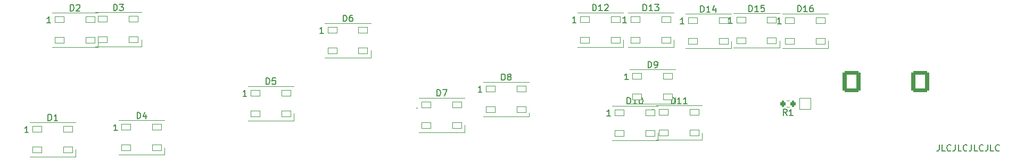
<source format=gbr>
%TF.GenerationSoftware,KiCad,Pcbnew,(6.0.9)*%
%TF.CreationDate,2023-04-01T13:20:15-08:00*%
%TF.ProjectId,HUD VID RCD PANEL,48554420-5649-4442-9052-43442050414e,3*%
%TF.SameCoordinates,Original*%
%TF.FileFunction,Legend,Top*%
%TF.FilePolarity,Positive*%
%FSLAX46Y46*%
G04 Gerber Fmt 4.6, Leading zero omitted, Abs format (unit mm)*
G04 Created by KiCad (PCBNEW (6.0.9)) date 2023-04-01 13:20:15*
%MOMM*%
%LPD*%
G01*
G04 APERTURE LIST*
G04 Aperture macros list*
%AMRoundRect*
0 Rectangle with rounded corners*
0 $1 Rounding radius*
0 $2 $3 $4 $5 $6 $7 $8 $9 X,Y pos of 4 corners*
0 Add a 4 corners polygon primitive as box body*
4,1,4,$2,$3,$4,$5,$6,$7,$8,$9,$2,$3,0*
0 Add four circle primitives for the rounded corners*
1,1,$1+$1,$2,$3*
1,1,$1+$1,$4,$5*
1,1,$1+$1,$6,$7*
1,1,$1+$1,$8,$9*
0 Add four rect primitives between the rounded corners*
20,1,$1+$1,$2,$3,$4,$5,0*
20,1,$1+$1,$4,$5,$6,$7,0*
20,1,$1+$1,$6,$7,$8,$9,0*
20,1,$1+$1,$8,$9,$2,$3,0*%
G04 Aperture macros list end*
%ADD10C,0.150000*%
%ADD11C,0.120000*%
%ADD12C,4.400000*%
%ADD13C,12.800000*%
%ADD14C,3.672000*%
%ADD15RoundRect,0.050000X-0.750000X-0.450000X0.750000X-0.450000X0.750000X0.450000X-0.750000X0.450000X0*%
%ADD16RoundRect,0.250000X0.200000X0.275000X-0.200000X0.275000X-0.200000X-0.275000X0.200000X-0.275000X0*%
%ADD17RoundRect,0.300001X-1.099999X-1.399999X1.099999X-1.399999X1.099999X1.399999X-1.099999X1.399999X0*%
%ADD18O,2.800000X3.400000*%
%ADD19RoundRect,0.050000X-0.900000X-0.900000X0.900000X-0.900000X0.900000X0.900000X-0.900000X0.900000X0*%
%ADD20C,1.900000*%
G04 APERTURE END LIST*
D10*
X201628952Y-89495380D02*
X201628952Y-90209666D01*
X201581333Y-90352523D01*
X201486095Y-90447761D01*
X201343238Y-90495380D01*
X201248000Y-90495380D01*
X202581333Y-90495380D02*
X202105142Y-90495380D01*
X202105142Y-89495380D01*
X203486095Y-90400142D02*
X203438476Y-90447761D01*
X203295619Y-90495380D01*
X203200380Y-90495380D01*
X203057523Y-90447761D01*
X202962285Y-90352523D01*
X202914666Y-90257285D01*
X202867047Y-90066809D01*
X202867047Y-89923952D01*
X202914666Y-89733476D01*
X202962285Y-89638238D01*
X203057523Y-89543000D01*
X203200380Y-89495380D01*
X203295619Y-89495380D01*
X203438476Y-89543000D01*
X203486095Y-89590619D01*
X204200380Y-89495380D02*
X204200380Y-90209666D01*
X204152761Y-90352523D01*
X204057523Y-90447761D01*
X203914666Y-90495380D01*
X203819428Y-90495380D01*
X205152761Y-90495380D02*
X204676571Y-90495380D01*
X204676571Y-89495380D01*
X206057523Y-90400142D02*
X206009904Y-90447761D01*
X205867047Y-90495380D01*
X205771809Y-90495380D01*
X205628952Y-90447761D01*
X205533714Y-90352523D01*
X205486095Y-90257285D01*
X205438476Y-90066809D01*
X205438476Y-89923952D01*
X205486095Y-89733476D01*
X205533714Y-89638238D01*
X205628952Y-89543000D01*
X205771809Y-89495380D01*
X205867047Y-89495380D01*
X206009904Y-89543000D01*
X206057523Y-89590619D01*
X206771809Y-89495380D02*
X206771809Y-90209666D01*
X206724190Y-90352523D01*
X206628952Y-90447761D01*
X206486095Y-90495380D01*
X206390857Y-90495380D01*
X207724190Y-90495380D02*
X207248000Y-90495380D01*
X207248000Y-89495380D01*
X208628952Y-90400142D02*
X208581333Y-90447761D01*
X208438476Y-90495380D01*
X208343238Y-90495380D01*
X208200380Y-90447761D01*
X208105142Y-90352523D01*
X208057523Y-90257285D01*
X208009904Y-90066809D01*
X208009904Y-89923952D01*
X208057523Y-89733476D01*
X208105142Y-89638238D01*
X208200380Y-89543000D01*
X208343238Y-89495380D01*
X208438476Y-89495380D01*
X208581333Y-89543000D01*
X208628952Y-89590619D01*
X209343238Y-89495380D02*
X209343238Y-90209666D01*
X209295619Y-90352523D01*
X209200380Y-90447761D01*
X209057523Y-90495380D01*
X208962285Y-90495380D01*
X210295619Y-90495380D02*
X209819428Y-90495380D01*
X209819428Y-89495380D01*
X211200380Y-90400142D02*
X211152761Y-90447761D01*
X211009904Y-90495380D01*
X210914666Y-90495380D01*
X210771809Y-90447761D01*
X210676571Y-90352523D01*
X210628952Y-90257285D01*
X210581333Y-90066809D01*
X210581333Y-89923952D01*
X210628952Y-89733476D01*
X210676571Y-89638238D01*
X210771809Y-89543000D01*
X210914666Y-89495380D01*
X211009904Y-89495380D01*
X211152761Y-89543000D01*
X211200380Y-89590619D01*
%TO.C,D1*%
X59877904Y-85623580D02*
X59877904Y-84623580D01*
X60116000Y-84623580D01*
X60258857Y-84671200D01*
X60354095Y-84766438D01*
X60401714Y-84861676D01*
X60449333Y-85052152D01*
X60449333Y-85195009D01*
X60401714Y-85385485D01*
X60354095Y-85480723D01*
X60258857Y-85575961D01*
X60116000Y-85623580D01*
X59877904Y-85623580D01*
X61401714Y-85623580D02*
X60830285Y-85623580D01*
X61116000Y-85623580D02*
X61116000Y-84623580D01*
X61020761Y-84766438D01*
X60925523Y-84861676D01*
X60830285Y-84909295D01*
X56751714Y-87523580D02*
X56180285Y-87523580D01*
X56466000Y-87523580D02*
X56466000Y-86523580D01*
X56370761Y-86666438D01*
X56275523Y-86761676D01*
X56180285Y-86809295D01*
%TO.C,D2*%
X63410704Y-68097580D02*
X63410704Y-67097580D01*
X63648800Y-67097580D01*
X63791657Y-67145200D01*
X63886895Y-67240438D01*
X63934514Y-67335676D01*
X63982133Y-67526152D01*
X63982133Y-67669009D01*
X63934514Y-67859485D01*
X63886895Y-67954723D01*
X63791657Y-68049961D01*
X63648800Y-68097580D01*
X63410704Y-68097580D01*
X64363085Y-67192819D02*
X64410704Y-67145200D01*
X64505942Y-67097580D01*
X64744038Y-67097580D01*
X64839276Y-67145200D01*
X64886895Y-67192819D01*
X64934514Y-67288057D01*
X64934514Y-67383295D01*
X64886895Y-67526152D01*
X64315466Y-68097580D01*
X64934514Y-68097580D01*
X60284514Y-69997580D02*
X59713085Y-69997580D01*
X59998800Y-69997580D02*
X59998800Y-68997580D01*
X59903561Y-69140438D01*
X59808323Y-69235676D01*
X59713085Y-69283295D01*
%TO.C,D3*%
X70319504Y-68046780D02*
X70319504Y-67046780D01*
X70557600Y-67046780D01*
X70700457Y-67094400D01*
X70795695Y-67189638D01*
X70843314Y-67284876D01*
X70890933Y-67475352D01*
X70890933Y-67618209D01*
X70843314Y-67808685D01*
X70795695Y-67903923D01*
X70700457Y-67999161D01*
X70557600Y-68046780D01*
X70319504Y-68046780D01*
X71224266Y-67046780D02*
X71843314Y-67046780D01*
X71509980Y-67427733D01*
X71652838Y-67427733D01*
X71748076Y-67475352D01*
X71795695Y-67522971D01*
X71843314Y-67618209D01*
X71843314Y-67856304D01*
X71795695Y-67951542D01*
X71748076Y-67999161D01*
X71652838Y-68046780D01*
X71367123Y-68046780D01*
X71271885Y-67999161D01*
X71224266Y-67951542D01*
X67193314Y-69946780D02*
X66621885Y-69946780D01*
X66907600Y-69946780D02*
X66907600Y-68946780D01*
X66812361Y-69089638D01*
X66717123Y-69184876D01*
X66621885Y-69232495D01*
%TO.C,D4*%
X74027904Y-85318780D02*
X74027904Y-84318780D01*
X74266000Y-84318780D01*
X74408857Y-84366400D01*
X74504095Y-84461638D01*
X74551714Y-84556876D01*
X74599333Y-84747352D01*
X74599333Y-84890209D01*
X74551714Y-85080685D01*
X74504095Y-85175923D01*
X74408857Y-85271161D01*
X74266000Y-85318780D01*
X74027904Y-85318780D01*
X75456476Y-84652114D02*
X75456476Y-85318780D01*
X75218380Y-84271161D02*
X74980285Y-84985447D01*
X75599333Y-84985447D01*
X70901714Y-87218780D02*
X70330285Y-87218780D01*
X70616000Y-87218780D02*
X70616000Y-86218780D01*
X70520761Y-86361638D01*
X70425523Y-86456876D01*
X70330285Y-86504495D01*
%TO.C,D5*%
X94574304Y-79832380D02*
X94574304Y-78832380D01*
X94812400Y-78832380D01*
X94955257Y-78880000D01*
X95050495Y-78975238D01*
X95098114Y-79070476D01*
X95145733Y-79260952D01*
X95145733Y-79403809D01*
X95098114Y-79594285D01*
X95050495Y-79689523D01*
X94955257Y-79784761D01*
X94812400Y-79832380D01*
X94574304Y-79832380D01*
X96050495Y-78832380D02*
X95574304Y-78832380D01*
X95526685Y-79308571D01*
X95574304Y-79260952D01*
X95669542Y-79213333D01*
X95907638Y-79213333D01*
X96002876Y-79260952D01*
X96050495Y-79308571D01*
X96098114Y-79403809D01*
X96098114Y-79641904D01*
X96050495Y-79737142D01*
X96002876Y-79784761D01*
X95907638Y-79832380D01*
X95669542Y-79832380D01*
X95574304Y-79784761D01*
X95526685Y-79737142D01*
X91448114Y-81732380D02*
X90876685Y-81732380D01*
X91162400Y-81732380D02*
X91162400Y-80732380D01*
X91067161Y-80875238D01*
X90971923Y-80970476D01*
X90876685Y-81018095D01*
%TO.C,D6*%
X106816904Y-69773980D02*
X106816904Y-68773980D01*
X107055000Y-68773980D01*
X107197857Y-68821600D01*
X107293095Y-68916838D01*
X107340714Y-69012076D01*
X107388333Y-69202552D01*
X107388333Y-69345409D01*
X107340714Y-69535885D01*
X107293095Y-69631123D01*
X107197857Y-69726361D01*
X107055000Y-69773980D01*
X106816904Y-69773980D01*
X108245476Y-68773980D02*
X108055000Y-68773980D01*
X107959761Y-68821600D01*
X107912142Y-68869219D01*
X107816904Y-69012076D01*
X107769285Y-69202552D01*
X107769285Y-69583504D01*
X107816904Y-69678742D01*
X107864523Y-69726361D01*
X107959761Y-69773980D01*
X108150238Y-69773980D01*
X108245476Y-69726361D01*
X108293095Y-69678742D01*
X108340714Y-69583504D01*
X108340714Y-69345409D01*
X108293095Y-69250171D01*
X108245476Y-69202552D01*
X108150238Y-69154933D01*
X107959761Y-69154933D01*
X107864523Y-69202552D01*
X107816904Y-69250171D01*
X107769285Y-69345409D01*
X103690714Y-71673980D02*
X103119285Y-71673980D01*
X103405000Y-71673980D02*
X103405000Y-70673980D01*
X103309761Y-70816838D01*
X103214523Y-70912076D01*
X103119285Y-70959695D01*
%TO.C,D7*%
X121740904Y-81686780D02*
X121740904Y-80686780D01*
X121979000Y-80686780D01*
X122121857Y-80734400D01*
X122217095Y-80829638D01*
X122264714Y-80924876D01*
X122312333Y-81115352D01*
X122312333Y-81258209D01*
X122264714Y-81448685D01*
X122217095Y-81543923D01*
X122121857Y-81639161D01*
X121979000Y-81686780D01*
X121740904Y-81686780D01*
X122645666Y-80686780D02*
X123312333Y-80686780D01*
X122883761Y-81686780D01*
X118614714Y-83586780D02*
X118043285Y-83586780D01*
X118329000Y-83586780D02*
X118329000Y-82586780D01*
X118233761Y-82729638D01*
X118138523Y-82824876D01*
X118043285Y-82872495D01*
%TO.C,D8*%
X132013904Y-79171980D02*
X132013904Y-78171980D01*
X132252000Y-78171980D01*
X132394857Y-78219600D01*
X132490095Y-78314838D01*
X132537714Y-78410076D01*
X132585333Y-78600552D01*
X132585333Y-78743409D01*
X132537714Y-78933885D01*
X132490095Y-79029123D01*
X132394857Y-79124361D01*
X132252000Y-79171980D01*
X132013904Y-79171980D01*
X133156761Y-78600552D02*
X133061523Y-78552933D01*
X133013904Y-78505314D01*
X132966285Y-78410076D01*
X132966285Y-78362457D01*
X133013904Y-78267219D01*
X133061523Y-78219600D01*
X133156761Y-78171980D01*
X133347238Y-78171980D01*
X133442476Y-78219600D01*
X133490095Y-78267219D01*
X133537714Y-78362457D01*
X133537714Y-78410076D01*
X133490095Y-78505314D01*
X133442476Y-78552933D01*
X133347238Y-78600552D01*
X133156761Y-78600552D01*
X133061523Y-78648171D01*
X133013904Y-78695790D01*
X132966285Y-78791028D01*
X132966285Y-78981504D01*
X133013904Y-79076742D01*
X133061523Y-79124361D01*
X133156761Y-79171980D01*
X133347238Y-79171980D01*
X133442476Y-79124361D01*
X133490095Y-79076742D01*
X133537714Y-78981504D01*
X133537714Y-78791028D01*
X133490095Y-78695790D01*
X133442476Y-78648171D01*
X133347238Y-78600552D01*
X128887714Y-81071980D02*
X128316285Y-81071980D01*
X128602000Y-81071980D02*
X128602000Y-80071980D01*
X128506761Y-80214838D01*
X128411523Y-80310076D01*
X128316285Y-80357695D01*
%TO.C,D9*%
X155307904Y-77191180D02*
X155307904Y-76191180D01*
X155546000Y-76191180D01*
X155688857Y-76238800D01*
X155784095Y-76334038D01*
X155831714Y-76429276D01*
X155879333Y-76619752D01*
X155879333Y-76762609D01*
X155831714Y-76953085D01*
X155784095Y-77048323D01*
X155688857Y-77143561D01*
X155546000Y-77191180D01*
X155307904Y-77191180D01*
X156355523Y-77191180D02*
X156546000Y-77191180D01*
X156641238Y-77143561D01*
X156688857Y-77095942D01*
X156784095Y-76953085D01*
X156831714Y-76762609D01*
X156831714Y-76381657D01*
X156784095Y-76286419D01*
X156736476Y-76238800D01*
X156641238Y-76191180D01*
X156450761Y-76191180D01*
X156355523Y-76238800D01*
X156307904Y-76286419D01*
X156260285Y-76381657D01*
X156260285Y-76619752D01*
X156307904Y-76714990D01*
X156355523Y-76762609D01*
X156450761Y-76810228D01*
X156641238Y-76810228D01*
X156736476Y-76762609D01*
X156784095Y-76714990D01*
X156831714Y-76619752D01*
X152181714Y-79091180D02*
X151610285Y-79091180D01*
X151896000Y-79091180D02*
X151896000Y-78091180D01*
X151800761Y-78234038D01*
X151705523Y-78329276D01*
X151610285Y-78376895D01*
%TO.C,D10*%
X151998714Y-82956780D02*
X151998714Y-81956780D01*
X152236809Y-81956780D01*
X152379666Y-82004400D01*
X152474904Y-82099638D01*
X152522523Y-82194876D01*
X152570142Y-82385352D01*
X152570142Y-82528209D01*
X152522523Y-82718685D01*
X152474904Y-82813923D01*
X152379666Y-82909161D01*
X152236809Y-82956780D01*
X151998714Y-82956780D01*
X153522523Y-82956780D02*
X152951095Y-82956780D01*
X153236809Y-82956780D02*
X153236809Y-81956780D01*
X153141571Y-82099638D01*
X153046333Y-82194876D01*
X152951095Y-82242495D01*
X154141571Y-81956780D02*
X154236809Y-81956780D01*
X154332047Y-82004400D01*
X154379666Y-82052019D01*
X154427285Y-82147257D01*
X154474904Y-82337733D01*
X154474904Y-82575828D01*
X154427285Y-82766304D01*
X154379666Y-82861542D01*
X154332047Y-82909161D01*
X154236809Y-82956780D01*
X154141571Y-82956780D01*
X154046333Y-82909161D01*
X153998714Y-82861542D01*
X153951095Y-82766304D01*
X153903476Y-82575828D01*
X153903476Y-82337733D01*
X153951095Y-82147257D01*
X153998714Y-82052019D01*
X154046333Y-82004400D01*
X154141571Y-81956780D01*
X149348714Y-84856780D02*
X148777285Y-84856780D01*
X149063000Y-84856780D02*
X149063000Y-83856780D01*
X148967761Y-83999638D01*
X148872523Y-84094876D01*
X148777285Y-84142495D01*
%TO.C,D11*%
X159047714Y-82931180D02*
X159047714Y-81931180D01*
X159285809Y-81931180D01*
X159428666Y-81978800D01*
X159523904Y-82074038D01*
X159571523Y-82169276D01*
X159619142Y-82359752D01*
X159619142Y-82502609D01*
X159571523Y-82693085D01*
X159523904Y-82788323D01*
X159428666Y-82883561D01*
X159285809Y-82931180D01*
X159047714Y-82931180D01*
X160571523Y-82931180D02*
X160000095Y-82931180D01*
X160285809Y-82931180D02*
X160285809Y-81931180D01*
X160190571Y-82074038D01*
X160095333Y-82169276D01*
X160000095Y-82216895D01*
X161523904Y-82931180D02*
X160952476Y-82931180D01*
X161238190Y-82931180D02*
X161238190Y-81931180D01*
X161142952Y-82074038D01*
X161047714Y-82169276D01*
X160952476Y-82216895D01*
X156397714Y-84831180D02*
X155826285Y-84831180D01*
X156112000Y-84831180D02*
X156112000Y-83831180D01*
X156016761Y-83974038D01*
X155921523Y-84069276D01*
X155826285Y-84116895D01*
%TO.C,D12*%
X146511714Y-68072380D02*
X146511714Y-67072380D01*
X146749809Y-67072380D01*
X146892666Y-67120000D01*
X146987904Y-67215238D01*
X147035523Y-67310476D01*
X147083142Y-67500952D01*
X147083142Y-67643809D01*
X147035523Y-67834285D01*
X146987904Y-67929523D01*
X146892666Y-68024761D01*
X146749809Y-68072380D01*
X146511714Y-68072380D01*
X148035523Y-68072380D02*
X147464095Y-68072380D01*
X147749809Y-68072380D02*
X147749809Y-67072380D01*
X147654571Y-67215238D01*
X147559333Y-67310476D01*
X147464095Y-67358095D01*
X148416476Y-67167619D02*
X148464095Y-67120000D01*
X148559333Y-67072380D01*
X148797428Y-67072380D01*
X148892666Y-67120000D01*
X148940285Y-67167619D01*
X148987904Y-67262857D01*
X148987904Y-67358095D01*
X148940285Y-67500952D01*
X148368857Y-68072380D01*
X148987904Y-68072380D01*
X143861714Y-69972380D02*
X143290285Y-69972380D01*
X143576000Y-69972380D02*
X143576000Y-68972380D01*
X143480761Y-69115238D01*
X143385523Y-69210476D01*
X143290285Y-69258095D01*
%TO.C,D13*%
X154538714Y-68072380D02*
X154538714Y-67072380D01*
X154776809Y-67072380D01*
X154919666Y-67120000D01*
X155014904Y-67215238D01*
X155062523Y-67310476D01*
X155110142Y-67500952D01*
X155110142Y-67643809D01*
X155062523Y-67834285D01*
X155014904Y-67929523D01*
X154919666Y-68024761D01*
X154776809Y-68072380D01*
X154538714Y-68072380D01*
X156062523Y-68072380D02*
X155491095Y-68072380D01*
X155776809Y-68072380D02*
X155776809Y-67072380D01*
X155681571Y-67215238D01*
X155586333Y-67310476D01*
X155491095Y-67358095D01*
X156395857Y-67072380D02*
X157014904Y-67072380D01*
X156681571Y-67453333D01*
X156824428Y-67453333D01*
X156919666Y-67500952D01*
X156967285Y-67548571D01*
X157014904Y-67643809D01*
X157014904Y-67881904D01*
X156967285Y-67977142D01*
X156919666Y-68024761D01*
X156824428Y-68072380D01*
X156538714Y-68072380D01*
X156443476Y-68024761D01*
X156395857Y-67977142D01*
X151888714Y-69972380D02*
X151317285Y-69972380D01*
X151603000Y-69972380D02*
X151603000Y-68972380D01*
X151507761Y-69115238D01*
X151412523Y-69210476D01*
X151317285Y-69258095D01*
%TO.C,D14*%
X163682714Y-68275580D02*
X163682714Y-67275580D01*
X163920809Y-67275580D01*
X164063666Y-67323200D01*
X164158904Y-67418438D01*
X164206523Y-67513676D01*
X164254142Y-67704152D01*
X164254142Y-67847009D01*
X164206523Y-68037485D01*
X164158904Y-68132723D01*
X164063666Y-68227961D01*
X163920809Y-68275580D01*
X163682714Y-68275580D01*
X165206523Y-68275580D02*
X164635095Y-68275580D01*
X164920809Y-68275580D02*
X164920809Y-67275580D01*
X164825571Y-67418438D01*
X164730333Y-67513676D01*
X164635095Y-67561295D01*
X166063666Y-67608914D02*
X166063666Y-68275580D01*
X165825571Y-67227961D02*
X165587476Y-67942247D01*
X166206523Y-67942247D01*
X161032714Y-70175580D02*
X160461285Y-70175580D01*
X160747000Y-70175580D02*
X160747000Y-69175580D01*
X160651761Y-69318438D01*
X160556523Y-69413676D01*
X160461285Y-69461295D01*
%TO.C,D15*%
X171364714Y-68199180D02*
X171364714Y-67199180D01*
X171602809Y-67199180D01*
X171745666Y-67246800D01*
X171840904Y-67342038D01*
X171888523Y-67437276D01*
X171936142Y-67627752D01*
X171936142Y-67770609D01*
X171888523Y-67961085D01*
X171840904Y-68056323D01*
X171745666Y-68151561D01*
X171602809Y-68199180D01*
X171364714Y-68199180D01*
X172888523Y-68199180D02*
X172317095Y-68199180D01*
X172602809Y-68199180D02*
X172602809Y-67199180D01*
X172507571Y-67342038D01*
X172412333Y-67437276D01*
X172317095Y-67484895D01*
X173793285Y-67199180D02*
X173317095Y-67199180D01*
X173269476Y-67675371D01*
X173317095Y-67627752D01*
X173412333Y-67580133D01*
X173650428Y-67580133D01*
X173745666Y-67627752D01*
X173793285Y-67675371D01*
X173840904Y-67770609D01*
X173840904Y-68008704D01*
X173793285Y-68103942D01*
X173745666Y-68151561D01*
X173650428Y-68199180D01*
X173412333Y-68199180D01*
X173317095Y-68151561D01*
X173269476Y-68103942D01*
X168714714Y-70099180D02*
X168143285Y-70099180D01*
X168429000Y-70099180D02*
X168429000Y-69099180D01*
X168333761Y-69242038D01*
X168238523Y-69337276D01*
X168143285Y-69384895D01*
%TO.C,D16*%
X179125714Y-68224780D02*
X179125714Y-67224780D01*
X179363809Y-67224780D01*
X179506666Y-67272400D01*
X179601904Y-67367638D01*
X179649523Y-67462876D01*
X179697142Y-67653352D01*
X179697142Y-67796209D01*
X179649523Y-67986685D01*
X179601904Y-68081923D01*
X179506666Y-68177161D01*
X179363809Y-68224780D01*
X179125714Y-68224780D01*
X180649523Y-68224780D02*
X180078095Y-68224780D01*
X180363809Y-68224780D02*
X180363809Y-67224780D01*
X180268571Y-67367638D01*
X180173333Y-67462876D01*
X180078095Y-67510495D01*
X181506666Y-67224780D02*
X181316190Y-67224780D01*
X181220952Y-67272400D01*
X181173333Y-67320019D01*
X181078095Y-67462876D01*
X181030476Y-67653352D01*
X181030476Y-68034304D01*
X181078095Y-68129542D01*
X181125714Y-68177161D01*
X181220952Y-68224780D01*
X181411428Y-68224780D01*
X181506666Y-68177161D01*
X181554285Y-68129542D01*
X181601904Y-68034304D01*
X181601904Y-67796209D01*
X181554285Y-67700971D01*
X181506666Y-67653352D01*
X181411428Y-67605733D01*
X181220952Y-67605733D01*
X181125714Y-67653352D01*
X181078095Y-67700971D01*
X181030476Y-67796209D01*
X176475714Y-70124780D02*
X175904285Y-70124780D01*
X176190000Y-70124780D02*
X176190000Y-69124780D01*
X176094761Y-69267638D01*
X175999523Y-69362876D01*
X175904285Y-69410495D01*
%TO.C,R1*%
X177405333Y-84813380D02*
X177072000Y-84337190D01*
X176833904Y-84813380D02*
X176833904Y-83813380D01*
X177214857Y-83813380D01*
X177310095Y-83861000D01*
X177357714Y-83908619D01*
X177405333Y-84003857D01*
X177405333Y-84146714D01*
X177357714Y-84241952D01*
X177310095Y-84289571D01*
X177214857Y-84337190D01*
X176833904Y-84337190D01*
X178357714Y-84813380D02*
X177786285Y-84813380D01*
X178072000Y-84813380D02*
X178072000Y-83813380D01*
X177976761Y-83956238D01*
X177881523Y-84051476D01*
X177786285Y-84099095D01*
D11*
%TO.C,D1*%
X56966000Y-85921200D02*
X64266000Y-85921200D01*
X56966000Y-91421200D02*
X64266000Y-91421200D01*
X64266000Y-91421200D02*
X64266000Y-90271200D01*
%TO.C,D2*%
X60498800Y-68395200D02*
X67798800Y-68395200D01*
X60498800Y-73895200D02*
X67798800Y-73895200D01*
X67798800Y-73895200D02*
X67798800Y-72745200D01*
%TO.C,D3*%
X67407600Y-68344400D02*
X74707600Y-68344400D01*
X67407600Y-73844400D02*
X74707600Y-73844400D01*
X74707600Y-73844400D02*
X74707600Y-72694400D01*
%TO.C,D4*%
X71116000Y-85616400D02*
X78416000Y-85616400D01*
X71116000Y-91116400D02*
X78416000Y-91116400D01*
X78416000Y-91116400D02*
X78416000Y-89966400D01*
%TO.C,D5*%
X91662400Y-80130000D02*
X98962400Y-80130000D01*
X91662400Y-85630000D02*
X98962400Y-85630000D01*
X98962400Y-85630000D02*
X98962400Y-84480000D01*
%TO.C,D6*%
X103905000Y-70071600D02*
X111205000Y-70071600D01*
X103905000Y-75571600D02*
X111205000Y-75571600D01*
X111205000Y-75571600D02*
X111205000Y-74421600D01*
%TO.C,D7*%
X118829000Y-81984400D02*
X126129000Y-81984400D01*
X118829000Y-87484400D02*
X126129000Y-87484400D01*
X126129000Y-87484400D02*
X126129000Y-86334400D01*
%TO.C,D8*%
X129102000Y-79469600D02*
X136402000Y-79469600D01*
X129102000Y-84969600D02*
X136402000Y-84969600D01*
X136402000Y-84969600D02*
X136402000Y-83819600D01*
%TO.C,D9*%
X152396000Y-77488800D02*
X159696000Y-77488800D01*
X152396000Y-82988800D02*
X159696000Y-82988800D01*
X159696000Y-82988800D02*
X159696000Y-81838800D01*
%TO.C,D10*%
X149563000Y-83254400D02*
X156863000Y-83254400D01*
X149563000Y-88754400D02*
X156863000Y-88754400D01*
X156863000Y-88754400D02*
X156863000Y-87604400D01*
%TO.C,D11*%
X156612000Y-83228800D02*
X163912000Y-83228800D01*
X156612000Y-88728800D02*
X163912000Y-88728800D01*
X163912000Y-88728800D02*
X163912000Y-87578800D01*
%TO.C,D12*%
X144076000Y-68370000D02*
X151376000Y-68370000D01*
X144076000Y-73870000D02*
X151376000Y-73870000D01*
X151376000Y-73870000D02*
X151376000Y-72720000D01*
%TO.C,D13*%
X152103000Y-68370000D02*
X159403000Y-68370000D01*
X152103000Y-73870000D02*
X159403000Y-73870000D01*
X159403000Y-73870000D02*
X159403000Y-72720000D01*
%TO.C,D14*%
X161247000Y-68573200D02*
X168547000Y-68573200D01*
X161247000Y-74073200D02*
X168547000Y-74073200D01*
X168547000Y-74073200D02*
X168547000Y-72923200D01*
%TO.C,D15*%
X168929000Y-68496800D02*
X176229000Y-68496800D01*
X168929000Y-73996800D02*
X176229000Y-73996800D01*
X176229000Y-73996800D02*
X176229000Y-72846800D01*
%TO.C,D16*%
X176690000Y-68522400D02*
X183990000Y-68522400D01*
X176690000Y-74022400D02*
X183990000Y-74022400D01*
X183990000Y-74022400D02*
X183990000Y-72872400D01*
%TO.C,R1*%
X177809258Y-82408500D02*
X177334742Y-82408500D01*
X177809258Y-83453500D02*
X177334742Y-83453500D01*
%TD*%
%LPC*%
D12*
%TO.C,REF\u002A\u002A*%
X212344000Y-74168000D03*
%TD*%
%TO.C,REF\u002A\u002A*%
X171196000Y-83693000D03*
%TD*%
%TO.C,REF\u002A\u002A*%
X84074000Y-76073000D03*
%TD*%
D13*
%TO.C,REF\u002A\u002A*%
X107569000Y-82423000D03*
D14*
X117094000Y-82423000D03*
D13*
X107569000Y-82423000D03*
%TD*%
%TO.C,REF\u002A\u002A*%
X142494000Y-82423000D03*
D14*
X142494000Y-72898000D03*
D13*
X142494000Y-82423000D03*
%TD*%
D15*
%TO.C,D1*%
X58166000Y-87021200D03*
X58166000Y-90321200D03*
X63066000Y-90321200D03*
X63066000Y-87021200D03*
%TD*%
%TO.C,D2*%
X61698800Y-69495200D03*
X61698800Y-72795200D03*
X66598800Y-72795200D03*
X66598800Y-69495200D03*
%TD*%
%TO.C,D3*%
X68607600Y-69444400D03*
X68607600Y-72744400D03*
X73507600Y-72744400D03*
X73507600Y-69444400D03*
%TD*%
%TO.C,D4*%
X72316000Y-86716400D03*
X72316000Y-90016400D03*
X77216000Y-90016400D03*
X77216000Y-86716400D03*
%TD*%
%TO.C,D5*%
X92862400Y-81230000D03*
X92862400Y-84530000D03*
X97762400Y-84530000D03*
X97762400Y-81230000D03*
%TD*%
%TO.C,D6*%
X105105000Y-71171600D03*
X105105000Y-74471600D03*
X110005000Y-74471600D03*
X110005000Y-71171600D03*
%TD*%
%TO.C,D7*%
X120029000Y-83084400D03*
X120029000Y-86384400D03*
X124929000Y-86384400D03*
X124929000Y-83084400D03*
%TD*%
%TO.C,D8*%
X130302000Y-80569600D03*
X130302000Y-83869600D03*
X135202000Y-83869600D03*
X135202000Y-80569600D03*
%TD*%
%TO.C,D9*%
X153596000Y-78588800D03*
X153596000Y-81888800D03*
X158496000Y-81888800D03*
X158496000Y-78588800D03*
%TD*%
%TO.C,D10*%
X150763000Y-84354400D03*
X150763000Y-87654400D03*
X155663000Y-87654400D03*
X155663000Y-84354400D03*
%TD*%
%TO.C,D11*%
X157812000Y-84328800D03*
X157812000Y-87628800D03*
X162712000Y-87628800D03*
X162712000Y-84328800D03*
%TD*%
%TO.C,D12*%
X145276000Y-69470000D03*
X145276000Y-72770000D03*
X150176000Y-72770000D03*
X150176000Y-69470000D03*
%TD*%
%TO.C,D13*%
X153303000Y-69470000D03*
X153303000Y-72770000D03*
X158203000Y-72770000D03*
X158203000Y-69470000D03*
%TD*%
%TO.C,D14*%
X162447000Y-69673200D03*
X162447000Y-72973200D03*
X167347000Y-72973200D03*
X167347000Y-69673200D03*
%TD*%
%TO.C,D15*%
X170129000Y-69596800D03*
X170129000Y-72896800D03*
X175029000Y-72896800D03*
X175029000Y-69596800D03*
%TD*%
%TO.C,D16*%
X177890000Y-69622400D03*
X177890000Y-72922400D03*
X182790000Y-72922400D03*
X182790000Y-69622400D03*
%TD*%
D16*
%TO.C,R1*%
X178397000Y-82931000D03*
X176747000Y-82931000D03*
%TD*%
D17*
%TO.C,J1*%
X198619000Y-79414000D03*
D18*
X202819000Y-79414000D03*
X198619000Y-73914000D03*
X202819000Y-73914000D03*
%TD*%
D19*
%TO.C,D17*%
X180340000Y-82931000D03*
D20*
X182880000Y-82931000D03*
%TD*%
D17*
%TO.C,J2*%
X187706000Y-79375000D03*
D18*
X191906000Y-79375000D03*
X187706000Y-73875000D03*
X191906000Y-73875000D03*
%TD*%
M02*

</source>
